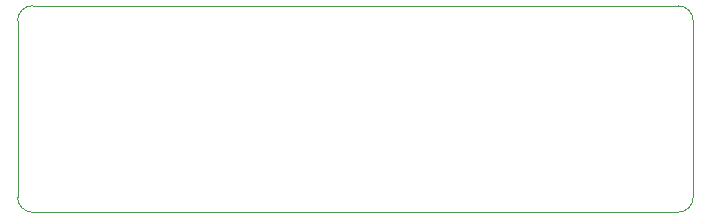
<source format=gm1>
%TF.GenerationSoftware,KiCad,Pcbnew,9.0.4-9.0.4-0~ubuntu24.04.1*%
%TF.CreationDate,2025-10-19T10:06:06-07:00*%
%TF.ProjectId,NX-ButtonInterface,4e582d42-7574-4746-9f6e-496e74657266,2*%
%TF.SameCoordinates,Original*%
%TF.FileFunction,Profile,NP*%
%FSLAX46Y46*%
G04 Gerber Fmt 4.6, Leading zero omitted, Abs format (unit mm)*
G04 Created by KiCad (PCBNEW 9.0.4-9.0.4-0~ubuntu24.04.1) date 2025-10-19 10:06:06*
%MOMM*%
%LPD*%
G01*
G04 APERTURE LIST*
%TA.AperFunction,Profile*%
%ADD10C,0.100000*%
%TD*%
G04 APERTURE END LIST*
D10*
X132461000Y-91694000D02*
X132461000Y-106633000D01*
X76530200Y-107903000D02*
G75*
G02*
X75260200Y-106633000I0J1270000D01*
G01*
X76530200Y-90424000D02*
X131191000Y-90424000D01*
X131191000Y-90424000D02*
G75*
G02*
X132461000Y-91694000I0J-1270000D01*
G01*
X132461000Y-106633000D02*
G75*
G02*
X131191000Y-107903000I-1270000J0D01*
G01*
X75260200Y-91694000D02*
G75*
G02*
X76530200Y-90424000I1270000J0D01*
G01*
X75260200Y-106633000D02*
X75260200Y-91694000D01*
X131191000Y-107903000D02*
X76530200Y-107903000D01*
M02*

</source>
